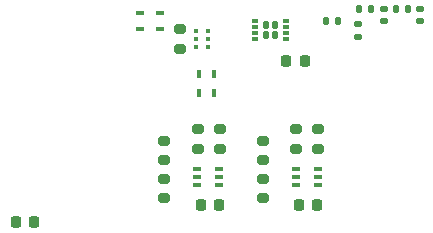
<source format=gbr>
%TF.GenerationSoftware,KiCad,Pcbnew,9.0.7*%
%TF.CreationDate,2026-01-30T12:17:07+01:00*%
%TF.ProjectId,rfiq-1,72666971-2d31-42e6-9b69-6361645f7063,1a*%
%TF.SameCoordinates,Original*%
%TF.FileFunction,Paste,Top*%
%TF.FilePolarity,Positive*%
%FSLAX46Y46*%
G04 Gerber Fmt 4.6, Leading zero omitted, Abs format (unit mm)*
G04 Created by KiCad (PCBNEW 9.0.7) date 2026-01-30 12:17:07*
%MOMM*%
%LPD*%
G01*
G04 APERTURE LIST*
G04 Aperture macros list*
%AMRoundRect*
0 Rectangle with rounded corners*
0 $1 Rounding radius*
0 $2 $3 $4 $5 $6 $7 $8 $9 X,Y pos of 4 corners*
0 Add a 4 corners polygon primitive as box body*
4,1,4,$2,$3,$4,$5,$6,$7,$8,$9,$2,$3,0*
0 Add four circle primitives for the rounded corners*
1,1,$1+$1,$2,$3*
1,1,$1+$1,$4,$5*
1,1,$1+$1,$6,$7*
1,1,$1+$1,$8,$9*
0 Add four rect primitives between the rounded corners*
20,1,$1+$1,$2,$3,$4,$5,0*
20,1,$1+$1,$4,$5,$6,$7,0*
20,1,$1+$1,$6,$7,$8,$9,0*
20,1,$1+$1,$8,$9,$2,$3,0*%
G04 Aperture macros list end*
%ADD10RoundRect,0.100000X0.275000X0.100000X-0.275000X0.100000X-0.275000X-0.100000X0.275000X-0.100000X0*%
%ADD11RoundRect,0.135000X0.185000X-0.135000X0.185000X0.135000X-0.185000X0.135000X-0.185000X-0.135000X0*%
%ADD12RoundRect,0.147500X0.147500X0.172500X-0.147500X0.172500X-0.147500X-0.172500X0.147500X-0.172500X0*%
%ADD13RoundRect,0.225000X-0.225000X-0.250000X0.225000X-0.250000X0.225000X0.250000X-0.225000X0.250000X0*%
%ADD14RoundRect,0.140000X-0.170000X0.140000X-0.170000X-0.140000X0.170000X-0.140000X0.170000X0.140000X0*%
%ADD15RoundRect,0.200000X-0.275000X0.200000X-0.275000X-0.200000X0.275000X-0.200000X0.275000X0.200000X0*%
%ADD16RoundRect,0.100000X-0.225000X-0.100000X0.225000X-0.100000X0.225000X0.100000X-0.225000X0.100000X0*%
%ADD17RoundRect,0.225000X0.225000X0.250000X-0.225000X0.250000X-0.225000X-0.250000X0.225000X-0.250000X0*%
%ADD18RoundRect,0.135000X0.135000X0.185000X-0.135000X0.185000X-0.135000X-0.185000X0.135000X-0.185000X0*%
%ADD19RoundRect,0.049500X0.115500X-0.155500X0.115500X0.155500X-0.115500X0.155500X-0.115500X-0.155500X0*%
%ADD20RoundRect,0.100000X0.100000X-0.275000X0.100000X0.275000X-0.100000X0.275000X-0.100000X-0.275000X0*%
%ADD21RoundRect,0.135000X-0.135000X-0.185000X0.135000X-0.185000X0.135000X0.185000X-0.135000X0.185000X0*%
%ADD22RoundRect,0.145000X0.145000X0.205000X-0.145000X0.205000X-0.145000X-0.205000X0.145000X-0.205000X0*%
%ADD23RoundRect,0.087500X0.200000X0.087500X-0.200000X0.087500X-0.200000X-0.087500X0.200000X-0.087500X0*%
G04 APERTURE END LIST*
D10*
%TO.C,Q2*%
X174625000Y-85450000D03*
X174625000Y-84150000D03*
X172975000Y-84150000D03*
X172975000Y-85450000D03*
%TD*%
D11*
%TO.C,R10*%
X191450000Y-86110000D03*
X191450000Y-85090000D03*
%TD*%
D12*
%TO.C,L1*%
X195615000Y-83800000D03*
X194645000Y-83800000D03*
%TD*%
D13*
%TO.C,C1*%
X185350000Y-88200000D03*
X186900000Y-88200000D03*
%TD*%
D14*
%TO.C,C4*%
X193630000Y-83800000D03*
X193630000Y-84760000D03*
%TD*%
D15*
%TO.C,R9*%
X186200000Y-93975000D03*
X186200000Y-95625000D03*
%TD*%
D16*
%TO.C,U5*%
X177750000Y-97350000D03*
X177750000Y-98000000D03*
X177750000Y-98650000D03*
X179650000Y-98650000D03*
X179650000Y-98000000D03*
X179650000Y-97350000D03*
%TD*%
D15*
%TO.C,R1*%
X176300000Y-85475000D03*
X176300000Y-87125000D03*
%TD*%
%TO.C,R2*%
X183400000Y-98150000D03*
X183400000Y-99800000D03*
%TD*%
%TO.C,R7*%
X177900000Y-93975000D03*
X177900000Y-95625000D03*
%TD*%
%TO.C,R8*%
X188000000Y-93975000D03*
X188000000Y-95625000D03*
%TD*%
D17*
%TO.C,C10*%
X187975000Y-100400000D03*
X186425000Y-100400000D03*
%TD*%
D15*
%TO.C,R5*%
X179700000Y-93975000D03*
X179700000Y-95625000D03*
%TD*%
D18*
%TO.C,R12*%
X189710000Y-84800000D03*
X188690000Y-84800000D03*
%TD*%
D15*
%TO.C,R6*%
X175000000Y-98150000D03*
X175000000Y-99800000D03*
%TD*%
D17*
%TO.C,C11*%
X179675000Y-100400000D03*
X178125000Y-100400000D03*
%TD*%
D19*
%TO.C,U3*%
X178691500Y-86960000D03*
X178695000Y-86300000D03*
X178695000Y-85640000D03*
X177705000Y-85640000D03*
X177705000Y-86300000D03*
X177705000Y-86960000D03*
%TD*%
D15*
%TO.C,R4*%
X175000000Y-94950000D03*
X175000000Y-96600000D03*
%TD*%
%TO.C,R3*%
X183400000Y-94950000D03*
X183400000Y-96600000D03*
%TD*%
D20*
%TO.C,Q1*%
X177950000Y-90925000D03*
X179250000Y-90925000D03*
X179250000Y-89275000D03*
X177950000Y-89275000D03*
%TD*%
D21*
%TO.C,R11*%
X191530000Y-83800000D03*
X192550000Y-83800000D03*
%TD*%
D14*
%TO.C,C3*%
X196630000Y-83800000D03*
X196630000Y-84760000D03*
%TD*%
D17*
%TO.C,C2*%
X163975000Y-101800000D03*
X162425000Y-101800000D03*
%TD*%
D22*
%TO.C,U1*%
X184355000Y-86000000D03*
X184355000Y-85130000D03*
X183625000Y-86000000D03*
X183625000Y-85130000D03*
D23*
X185277500Y-86315000D03*
X185277500Y-85815000D03*
X185277500Y-85315000D03*
X185277500Y-84815000D03*
X182702500Y-84815000D03*
X182702500Y-85315000D03*
X182702500Y-85815000D03*
X182702500Y-86315000D03*
%TD*%
D16*
%TO.C,U2*%
X186150000Y-97350000D03*
X186150000Y-98000000D03*
X186150000Y-98650000D03*
X188050000Y-98650000D03*
X188050000Y-98000000D03*
X188050000Y-97350000D03*
%TD*%
M02*

</source>
